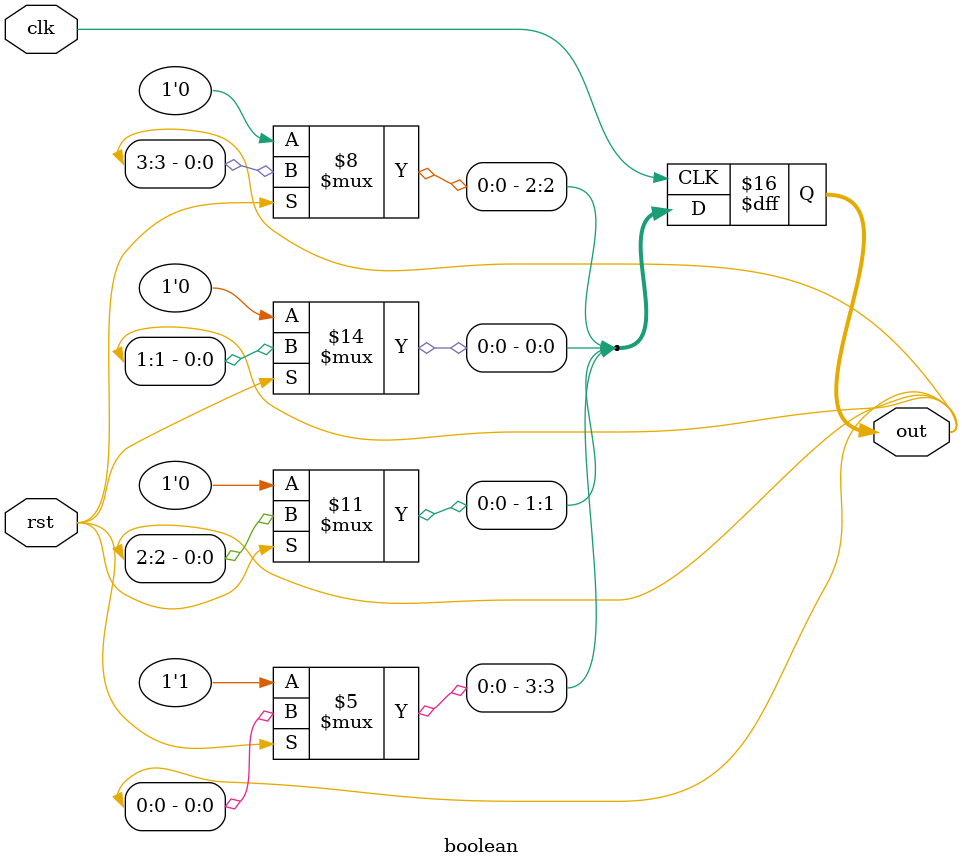
<source format=v>
`timescale 1ns / 1ps

module boolean(
    input clk, rst,
    output reg [3:0] out
);
    // ÃÊ±â »óÅÂ
    initial out = 4'b1000;
    
    // »ó½Â ¿§Áö¿¡¼­ µ¿ÀÛ
always @(posedge clk) begin
    if (!rst) begin
        out <= 4'b1000; // ¸®¼Â ½Ã Ãâ·Â ÃÊ±âÈ­
    end else begin
        out[0] <= out[1];
        out[1] <= out[2];
        out[2] <= out[3];
        out[3] <= out[0];
    end
end

endmodule
</source>
